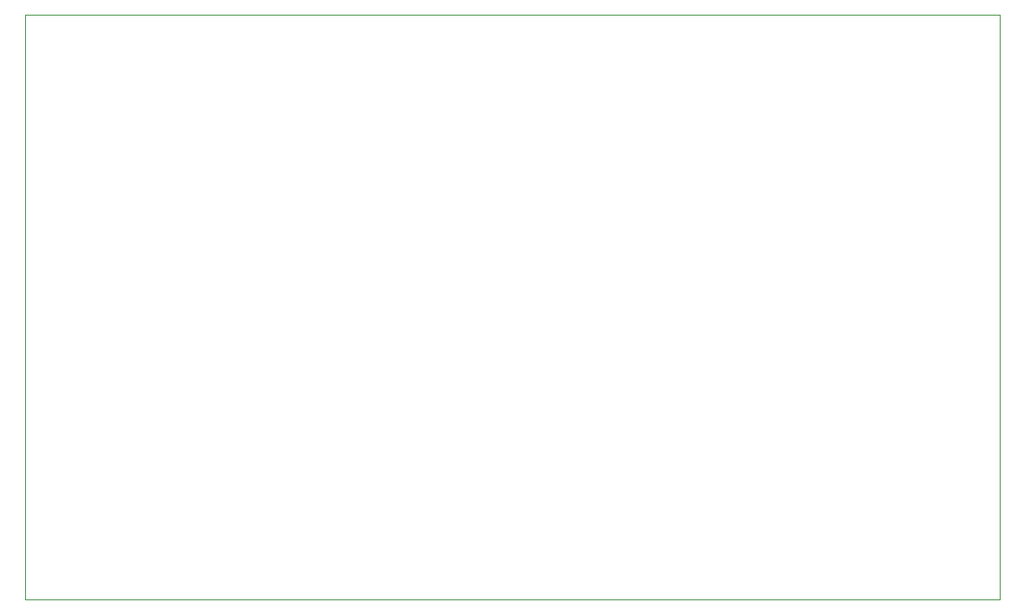
<source format=gm1>
G04 #@! TF.GenerationSoftware,KiCad,Pcbnew,6.0.10-86aedd382b~118~ubuntu18.04.1*
G04 #@! TF.CreationDate,2024-08-26T14:20:04-06:00*
G04 #@! TF.ProjectId,ckt-iiab,636b742d-6969-4616-922e-6b696361645f,rev?*
G04 #@! TF.SameCoordinates,Original*
G04 #@! TF.FileFunction,Profile,NP*
%FSLAX46Y46*%
G04 Gerber Fmt 4.6, Leading zero omitted, Abs format (unit mm)*
G04 Created by KiCad (PCBNEW 6.0.10-86aedd382b~118~ubuntu18.04.1) date 2024-08-26 14:20:04*
%MOMM*%
%LPD*%
G01*
G04 APERTURE LIST*
G04 #@! TA.AperFunction,Profile*
%ADD10C,0.100000*%
G04 #@! TD*
G04 APERTURE END LIST*
D10*
X76200000Y-127000000D02*
X171450000Y-127000000D01*
X171450000Y-127000000D02*
X171450000Y-69850000D01*
X171450000Y-69850000D02*
X76200000Y-69850000D01*
X76200000Y-69850000D02*
X76200000Y-127000000D01*
M02*

</source>
